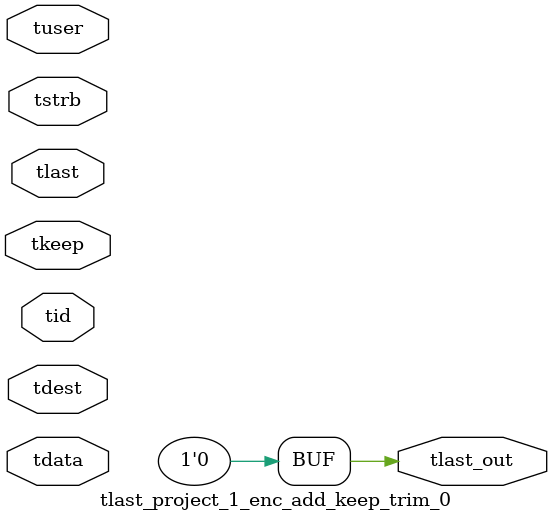
<source format=v>


`timescale 1ps/1ps

module tlast_project_1_enc_add_keep_trim_0 #
(
parameter C_S_AXIS_TID_WIDTH   = 1,
parameter C_S_AXIS_TUSER_WIDTH = 0,
parameter C_S_AXIS_TDATA_WIDTH = 0,
parameter C_S_AXIS_TDEST_WIDTH = 0
)
(
input  [(C_S_AXIS_TID_WIDTH   == 0 ? 1 : C_S_AXIS_TID_WIDTH)-1:0       ] tid,
input  [(C_S_AXIS_TDATA_WIDTH == 0 ? 1 : C_S_AXIS_TDATA_WIDTH)-1:0     ] tdata,
input  [(C_S_AXIS_TUSER_WIDTH == 0 ? 1 : C_S_AXIS_TUSER_WIDTH)-1:0     ] tuser,
input  [(C_S_AXIS_TDEST_WIDTH == 0 ? 1 : C_S_AXIS_TDEST_WIDTH)-1:0     ] tdest,
input  [(C_S_AXIS_TDATA_WIDTH/8)-1:0 ] tkeep,
input  [(C_S_AXIS_TDATA_WIDTH/8)-1:0 ] tstrb,
input  [0:0]                                                             tlast,
output                                                                   tlast_out
);

assign tlast_out = {1'b0};

endmodule


</source>
